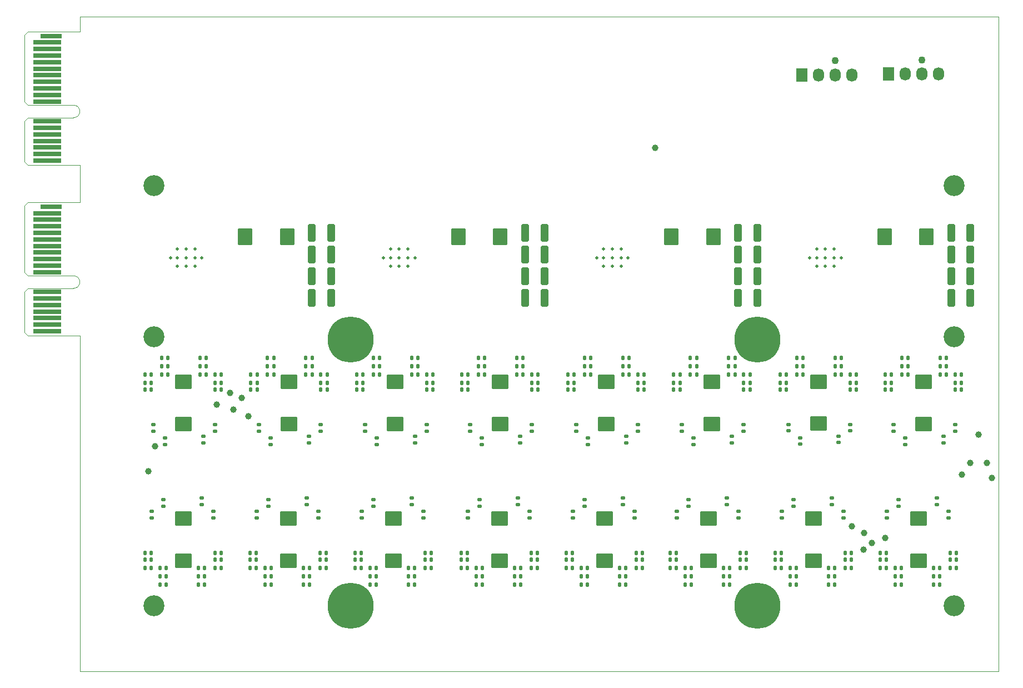
<source format=gbr>
%TF.GenerationSoftware,KiCad,Pcbnew,8.0.1*%
%TF.CreationDate,2024-04-21T01:40:20+02:00*%
%TF.ProjectId,EKO_Miner_BM1366-13xx_16-01A,454b4f5f-4d69-46e6-9572-5f424d313336,rev?*%
%TF.SameCoordinates,Original*%
%TF.FileFunction,Soldermask,Bot*%
%TF.FilePolarity,Negative*%
%FSLAX46Y46*%
G04 Gerber Fmt 4.6, Leading zero omitted, Abs format (unit mm)*
G04 Created by KiCad (PCBNEW 8.0.1) date 2024-04-21 01:40:20*
%MOMM*%
%LPD*%
G01*
G04 APERTURE LIST*
G04 Aperture macros list*
%AMRoundRect*
0 Rectangle with rounded corners*
0 $1 Rounding radius*
0 $2 $3 $4 $5 $6 $7 $8 $9 X,Y pos of 4 corners*
0 Add a 4 corners polygon primitive as box body*
4,1,4,$2,$3,$4,$5,$6,$7,$8,$9,$2,$3,0*
0 Add four circle primitives for the rounded corners*
1,1,$1+$1,$2,$3*
1,1,$1+$1,$4,$5*
1,1,$1+$1,$6,$7*
1,1,$1+$1,$8,$9*
0 Add four rect primitives between the rounded corners*
20,1,$1+$1,$2,$3,$4,$5,0*
20,1,$1+$1,$4,$5,$6,$7,0*
20,1,$1+$1,$6,$7,$8,$9,0*
20,1,$1+$1,$8,$9,$2,$3,0*%
G04 Aperture macros list end*
%ADD10C,0.499999*%
%ADD11R,3.200000X0.700000*%
%ADD12R,4.300000X0.700000*%
%ADD13C,3.200000*%
%ADD14C,1.100000*%
%ADD15R,1.730000X2.030000*%
%ADD16O,1.730000X2.030000*%
%ADD17RoundRect,0.140000X-0.140000X-0.170000X0.140000X-0.170000X0.140000X0.170000X-0.140000X0.170000X0*%
%ADD18RoundRect,0.140000X-0.170000X0.140000X-0.170000X-0.140000X0.170000X-0.140000X0.170000X0.140000X0*%
%ADD19RoundRect,0.140000X0.140000X0.170000X-0.140000X0.170000X-0.140000X-0.170000X0.140000X-0.170000X0*%
%ADD20RoundRect,0.140000X0.170000X-0.140000X0.170000X0.140000X-0.170000X0.140000X-0.170000X-0.140000X0*%
%ADD21C,7.000000*%
%ADD22RoundRect,0.250000X1.025000X-0.875000X1.025000X0.875000X-1.025000X0.875000X-1.025000X-0.875000X0*%
%ADD23RoundRect,0.250000X-0.325000X-1.100000X0.325000X-1.100000X0.325000X1.100000X-0.325000X1.100000X0*%
%ADD24C,1.000000*%
%ADD25RoundRect,0.250000X-1.025000X0.875000X-1.025000X-0.875000X1.025000X-0.875000X1.025000X0.875000X0*%
%ADD26RoundRect,0.250000X0.875000X1.025000X-0.875000X1.025000X-0.875000X-1.025000X0.875000X-1.025000X0*%
%TA.AperFunction,Profile*%
%ADD27C,0.100000*%
%TD*%
G04 APERTURE END LIST*
D10*
%TO.C,U19*%
X89630000Y-63300000D03*
X90950000Y-63300000D03*
X92270000Y-63300000D03*
X88550000Y-62000000D03*
X89630000Y-61999997D03*
X90950000Y-61999997D03*
X93350000Y-61999997D03*
X92270000Y-61999995D03*
X89630000Y-60700000D03*
X90950000Y-60700000D03*
X92270000Y-60700000D03*
%TD*%
D11*
%TO.C,J2*%
X70350000Y-54200000D03*
D12*
X69800000Y-55200000D03*
X69800000Y-56200000D03*
X69800000Y-57200000D03*
X69800000Y-58200000D03*
X69800000Y-59200000D03*
X69800000Y-60200000D03*
X69800000Y-61200000D03*
X69800000Y-62200000D03*
X69800000Y-63200000D03*
X69800000Y-64200000D03*
X69800000Y-67200000D03*
X69800000Y-68200000D03*
X69800000Y-69200000D03*
X69800000Y-70200000D03*
X69800000Y-71200000D03*
X69800000Y-72200000D03*
X69800000Y-73200000D03*
%TD*%
D13*
%TO.C,H6*%
X86000000Y-74000000D03*
%TD*%
D10*
%TO.C,U21*%
X154563332Y-63300000D03*
X155883332Y-63300000D03*
X157203332Y-63300000D03*
X153483332Y-62000000D03*
X154563332Y-61999997D03*
X155883332Y-61999997D03*
X158283332Y-61999997D03*
X157203332Y-61999995D03*
X154563332Y-60700000D03*
X155883332Y-60700000D03*
X157203332Y-60700000D03*
%TD*%
D11*
%TO.C,J1*%
X70350000Y-28200000D03*
D12*
X69800000Y-29200000D03*
X69800000Y-30200000D03*
X69800000Y-31200000D03*
X69800000Y-32200000D03*
X69800000Y-33200000D03*
X69800000Y-34200000D03*
X69800000Y-35200000D03*
X69800000Y-36200000D03*
X69800000Y-37200000D03*
X69800000Y-38200000D03*
X69800000Y-41200000D03*
X69800000Y-42200000D03*
X69800000Y-43200000D03*
X69800000Y-44200000D03*
X69800000Y-45200000D03*
X69800000Y-46200000D03*
X69800000Y-47200000D03*
%TD*%
D14*
%TO.C,J4*%
X203030000Y-31865000D03*
D15*
X197950000Y-34025000D03*
D16*
X200490000Y-34025000D03*
X203030000Y-34025000D03*
X205570000Y-34025000D03*
%TD*%
D10*
%TO.C,U20*%
X122096666Y-63300000D03*
X123416666Y-63300000D03*
X124736666Y-63300000D03*
X121016666Y-62000000D03*
X122096666Y-61999997D03*
X123416666Y-61999997D03*
X125816666Y-61999997D03*
X124736666Y-61999995D03*
X122096666Y-60700000D03*
X123416666Y-60700000D03*
X124736666Y-60700000D03*
%TD*%
D13*
%TO.C,H5*%
X208000000Y-74000000D03*
%TD*%
%TO.C,H1*%
X86000000Y-51000000D03*
%TD*%
%TO.C,H3*%
X208000000Y-51000000D03*
%TD*%
%TO.C,H4*%
X208000000Y-115000000D03*
%TD*%
%TO.C,H2*%
X86000000Y-115000000D03*
%TD*%
D10*
%TO.C,U22*%
X187030000Y-63300000D03*
X188350000Y-63300000D03*
X189670000Y-63300000D03*
X185950000Y-62000000D03*
X187030000Y-61999997D03*
X188350000Y-61999997D03*
X190750000Y-61999997D03*
X189670000Y-61999995D03*
X187030000Y-60700000D03*
X188350000Y-60700000D03*
X189670000Y-60700000D03*
%TD*%
D14*
%TO.C,J3*%
X189830000Y-31965000D03*
D15*
X184750000Y-34125000D03*
D16*
X187290000Y-34125000D03*
X189830000Y-34125000D03*
X192370000Y-34125000D03*
%TD*%
D17*
%TO.C,C228*%
X111354000Y-107982000D03*
X112314000Y-107982000D03*
%TD*%
D18*
%TO.C,C224*%
X159767428Y-87436000D03*
X159767428Y-88396000D03*
%TD*%
D17*
%TO.C,C82*%
X95352000Y-81058000D03*
X96312000Y-81058000D03*
%TD*%
D19*
%TO.C,C22*%
X184957475Y-77228000D03*
X183997475Y-77228000D03*
%TD*%
D18*
%TO.C,C139*%
X157989428Y-89214000D03*
X157989428Y-90174000D03*
%TD*%
D20*
%TO.C,C343*%
X149846666Y-101604000D03*
X149846666Y-100644000D03*
%TD*%
D17*
%TO.C,C251*%
X92811999Y-110522000D03*
X93771999Y-110522000D03*
%TD*%
%TO.C,C133*%
X143612000Y-81058000D03*
X144572000Y-81058000D03*
%TD*%
%TO.C,C92*%
X109176857Y-78518000D03*
X110136857Y-78518000D03*
%TD*%
D21*
%TO.C,H11*%
X178000000Y-115000000D03*
%TD*%
D22*
%TO.C,C356*%
X138670666Y-108134000D03*
X138670666Y-101734000D03*
%TD*%
D17*
%TO.C,C267*%
X124815999Y-111792000D03*
X125775999Y-111792000D03*
%TD*%
D19*
%TO.C,C278*%
X208326000Y-106966000D03*
X207366000Y-106966000D03*
%TD*%
D23*
%TO.C,C367*%
X110105000Y-61500000D03*
X113055000Y-61500000D03*
%TD*%
D19*
%TO.C,C51*%
X166198285Y-81058000D03*
X165238285Y-81058000D03*
%TD*%
D17*
%TO.C,C352*%
X140984665Y-111792000D03*
X141944665Y-111792000D03*
%TD*%
D19*
%TO.C,C344*%
X149818666Y-107981999D03*
X148858666Y-107981999D03*
%TD*%
%TO.C,C90*%
X104294857Y-77248000D03*
X103334857Y-77248000D03*
%TD*%
D17*
%TO.C,C110*%
X125324000Y-77248000D03*
X126284000Y-77248000D03*
%TD*%
D19*
%TO.C,C321*%
X167940000Y-111792000D03*
X166980000Y-111792000D03*
%TD*%
%TO.C,C238*%
X103932000Y-109252000D03*
X102972000Y-109252000D03*
%TD*%
D18*
%TO.C,C98*%
X111434857Y-87436000D03*
X111434857Y-88396000D03*
%TD*%
D17*
%TO.C,C58*%
X173620285Y-78518000D03*
X174580285Y-78518000D03*
%TD*%
D19*
%TO.C,C332*%
X160486665Y-109252000D03*
X159526665Y-109252000D03*
%TD*%
D20*
%TO.C,C265*%
X119454001Y-99826000D03*
X119454001Y-98866000D03*
%TD*%
D23*
%TO.C,C365*%
X110105000Y-68104000D03*
X113055000Y-68104000D03*
%TD*%
D19*
%TO.C,C357*%
X136102666Y-109252000D03*
X135142666Y-109252000D03*
%TD*%
D20*
%TO.C,C314*%
X175080000Y-101604001D03*
X175080000Y-100644001D03*
%TD*%
D17*
%TO.C,C336*%
X156986665Y-110522000D03*
X157946665Y-110522000D03*
%TD*%
D20*
%TO.C,C341*%
X157466666Y-99572000D03*
X157466666Y-98612000D03*
%TD*%
D24*
%TO.C,TP3*%
X95578000Y-84360000D03*
%TD*%
D19*
%TO.C,C259*%
X85644000Y-107981999D03*
X84684000Y-107981999D03*
%TD*%
D17*
%TO.C,C59*%
X173620285Y-77248000D03*
X174580285Y-77248000D03*
%TD*%
D19*
%TO.C,C351*%
X141944665Y-109252000D03*
X140984665Y-109252000D03*
%TD*%
D20*
%TO.C,C273*%
X125296000Y-99572000D03*
X125296000Y-98612000D03*
%TD*%
D19*
%TO.C,C272*%
X119934000Y-109252000D03*
X118974000Y-109252000D03*
%TD*%
%TO.C,C276*%
X117648000Y-107981999D03*
X116688000Y-107981999D03*
%TD*%
D25*
%TO.C,C77*%
X90498000Y-80906000D03*
X90498000Y-87306000D03*
%TD*%
D17*
%TO.C,C76*%
X93066000Y-77248000D03*
X94026000Y-77248000D03*
%TD*%
D18*
%TO.C,C122*%
X141806000Y-89214000D03*
X141806000Y-90174000D03*
%TD*%
D24*
%TO.C,TP16*%
X209116000Y-95028000D03*
%TD*%
D17*
%TO.C,C131*%
X143612000Y-79788000D03*
X144572000Y-79788000D03*
%TD*%
D19*
%TO.C,C346*%
X144484666Y-106966000D03*
X143524666Y-106966000D03*
%TD*%
D23*
%TO.C,C378*%
X207505000Y-64802000D03*
X210455000Y-64802000D03*
%TD*%
D17*
%TO.C,C67*%
X84684000Y-82074000D03*
X85644000Y-82074000D03*
%TD*%
D18*
%TO.C,C86*%
X102036857Y-87436000D03*
X102036857Y-88396000D03*
%TD*%
D19*
%TO.C,C354*%
X136102666Y-110522000D03*
X135142666Y-110522000D03*
%TD*%
D24*
%TO.C,TP5*%
X99388000Y-83344000D03*
%TD*%
D18*
%TO.C,C45*%
X200479999Y-89468000D03*
X200479999Y-90428000D03*
%TD*%
D19*
%TO.C,C317*%
X173781999Y-109252000D03*
X172821999Y-109252000D03*
%TD*%
D18*
%TO.C,C120*%
X134186000Y-87436000D03*
X134186000Y-88396000D03*
%TD*%
D19*
%TO.C,C340*%
X152104666Y-109252000D03*
X151144666Y-109252000D03*
%TD*%
D24*
%TO.C,TP8*%
X194130000Y-106458000D03*
%TD*%
D17*
%TO.C,C243*%
X100686000Y-106965999D03*
X101646000Y-106965999D03*
%TD*%
%TO.C,C41*%
X205841999Y-78518000D03*
X206801999Y-78518000D03*
%TD*%
%TO.C,C135*%
X149127428Y-82074000D03*
X150087428Y-82074000D03*
%TD*%
D19*
%TO.C,C329*%
X160486666Y-106966000D03*
X159526666Y-106966000D03*
%TD*%
D20*
%TO.C,C275*%
X117676000Y-101604000D03*
X117676000Y-100644000D03*
%TD*%
D17*
%TO.C,C27*%
X189839475Y-79768000D03*
X190799475Y-79768000D03*
%TD*%
D19*
%TO.C,C124*%
X136444000Y-77248000D03*
X135484000Y-77248000D03*
%TD*%
%TO.C,C74*%
X88184000Y-78518000D03*
X87224000Y-78518000D03*
%TD*%
%TO.C,C355*%
X136102666Y-111792000D03*
X135142666Y-111792000D03*
%TD*%
D17*
%TO.C,C61*%
X173620285Y-79788000D03*
X174580285Y-79788000D03*
%TD*%
%TO.C,C99*%
X111462857Y-81058000D03*
X112422857Y-81058000D03*
%TD*%
D19*
%TO.C,C227*%
X112314000Y-106966000D03*
X111354000Y-106966000D03*
%TD*%
D17*
%TO.C,C89*%
X103334857Y-79788000D03*
X104294857Y-79788000D03*
%TD*%
D23*
%TO.C,C371*%
X142571666Y-61500000D03*
X145521666Y-61500000D03*
%TD*%
D20*
%TO.C,C248*%
X87450001Y-99826000D03*
X87450001Y-98866000D03*
%TD*%
D18*
%TO.C,C115*%
X127582000Y-87436000D03*
X127582000Y-88396000D03*
%TD*%
D19*
%TO.C,C320*%
X167940000Y-110522000D03*
X166980000Y-110522000D03*
%TD*%
%TO.C,C323*%
X167940000Y-109252000D03*
X166980000Y-109252000D03*
%TD*%
D18*
%TO.C,C30*%
X192097475Y-87416000D03*
X192097475Y-88376000D03*
%TD*%
D23*
%TO.C,C380*%
X207505000Y-58204750D03*
X210455000Y-58204750D03*
%TD*%
D17*
%TO.C,C109*%
X125324000Y-78518000D03*
X126284000Y-78518000D03*
%TD*%
D19*
%TO.C,C287*%
X199944000Y-111792000D03*
X198984000Y-111792000D03*
%TD*%
D24*
%TO.C,TP14*%
X212926000Y-93250000D03*
%TD*%
D18*
%TO.C,C105*%
X125804000Y-89214000D03*
X125804000Y-90174000D03*
%TD*%
D19*
%TO.C,C242*%
X101646000Y-107981999D03*
X100686000Y-107981999D03*
%TD*%
D17*
%TO.C,C80*%
X95352000Y-79788000D03*
X96312000Y-79788000D03*
%TD*%
D19*
%TO.C,C293*%
X197658000Y-107981999D03*
X196698000Y-107981999D03*
%TD*%
%TO.C,C102*%
X117902000Y-81058000D03*
X116942000Y-81058000D03*
%TD*%
D17*
%TO.C,C313*%
X175362000Y-107982000D03*
X176322000Y-107982000D03*
%TD*%
D19*
%TO.C,C325*%
X165654000Y-109251999D03*
X164694000Y-109251999D03*
%TD*%
D17*
%TO.C,C285*%
X204825999Y-110522000D03*
X205785999Y-110522000D03*
%TD*%
D19*
%TO.C,C266*%
X125775999Y-109252000D03*
X124815999Y-109252000D03*
%TD*%
%TO.C,C17*%
X182417475Y-81038000D03*
X181457475Y-81038000D03*
%TD*%
D20*
%TO.C,C348*%
X143242666Y-101604001D03*
X143242666Y-100644001D03*
%TD*%
D25*
%TO.C,C145*%
X154941428Y-80906000D03*
X154941428Y-87306000D03*
%TD*%
D23*
%TO.C,C370*%
X142571666Y-64802000D03*
X145521666Y-64802000D03*
%TD*%
D19*
%TO.C,C73*%
X88184000Y-77248000D03*
X87224000Y-77248000D03*
%TD*%
D22*
%TO.C,C254*%
X90498000Y-108134000D03*
X90498000Y-101734000D03*
%TD*%
D19*
%TO.C,C281*%
X208325999Y-109252000D03*
X207365999Y-109252000D03*
%TD*%
D20*
%TO.C,C241*%
X101674000Y-101604000D03*
X101674000Y-100644000D03*
%TD*%
D17*
%TO.C,C53*%
X165238285Y-79788000D03*
X166198285Y-79788000D03*
%TD*%
D19*
%TO.C,C249*%
X93771999Y-109252000D03*
X92811999Y-109252000D03*
%TD*%
%TO.C,C56*%
X168738285Y-77248000D03*
X167778285Y-77248000D03*
%TD*%
D18*
%TO.C,C28*%
X184477475Y-89448000D03*
X184477475Y-90408000D03*
%TD*%
D17*
%TO.C,C48*%
X208127999Y-81058000D03*
X209087999Y-81058000D03*
%TD*%
D23*
%TO.C,C379*%
X207505000Y-61500000D03*
X210455000Y-61500000D03*
%TD*%
D19*
%TO.C,C108*%
X120442000Y-78518000D03*
X119482000Y-78518000D03*
%TD*%
D17*
%TO.C,C118*%
X132944000Y-82074000D03*
X133904000Y-82074000D03*
%TD*%
D19*
%TO.C,C117*%
X128570000Y-82074000D03*
X127610000Y-82074000D03*
%TD*%
%TO.C,C300*%
X189783999Y-109252000D03*
X188823999Y-109252000D03*
%TD*%
D17*
%TO.C,C95*%
X109176857Y-79788000D03*
X110136857Y-79788000D03*
%TD*%
%TO.C,C345*%
X148858666Y-106965999D03*
X149818666Y-106965999D03*
%TD*%
D22*
%TO.C,C288*%
X202512000Y-108134000D03*
X202512000Y-101734000D03*
%TD*%
D17*
%TO.C,C104*%
X116942000Y-79788000D03*
X117902000Y-79788000D03*
%TD*%
%TO.C,C262*%
X127356000Y-107982000D03*
X128316000Y-107982000D03*
%TD*%
D21*
%TO.C,H7*%
X116000000Y-74500000D03*
%TD*%
D22*
%TO.C,C305*%
X186510000Y-108134000D03*
X186510000Y-101734000D03*
%TD*%
D18*
%TO.C,C132*%
X143584000Y-87436000D03*
X143584000Y-88396000D03*
%TD*%
D22*
%TO.C,C339*%
X154672666Y-108134000D03*
X154672666Y-101734000D03*
%TD*%
D17*
%TO.C,C233*%
X108813999Y-111792000D03*
X109773999Y-111792000D03*
%TD*%
D19*
%TO.C,C270*%
X119934000Y-111792000D03*
X118974000Y-111792000D03*
%TD*%
%TO.C,C289*%
X199944000Y-109252000D03*
X198984000Y-109252000D03*
%TD*%
D17*
%TO.C,C75*%
X93066000Y-78518000D03*
X94026000Y-78518000D03*
%TD*%
D19*
%TO.C,C253*%
X87930000Y-111792000D03*
X86970000Y-111792000D03*
%TD*%
D17*
%TO.C,C277*%
X116688000Y-106965999D03*
X117648000Y-106965999D03*
%TD*%
D20*
%TO.C,C358*%
X141464666Y-99572000D03*
X141464666Y-98612000D03*
%TD*%
D17*
%TO.C,C72*%
X87224000Y-79788000D03*
X88184000Y-79788000D03*
%TD*%
D20*
%TO.C,C324*%
X173302000Y-99572000D03*
X173302000Y-98612000D03*
%TD*%
D19*
%TO.C,C257*%
X85644000Y-109251999D03*
X84684000Y-109251999D03*
%TD*%
D24*
%TO.C,TP6*%
X86180000Y-90710000D03*
%TD*%
D19*
%TO.C,C295*%
X192324000Y-106966000D03*
X191364000Y-106966000D03*
%TD*%
D17*
%TO.C,C143*%
X157509428Y-78518000D03*
X158469428Y-78518000D03*
%TD*%
D18*
%TO.C,C62*%
X168258285Y-89468000D03*
X168258285Y-90428000D03*
%TD*%
D17*
%TO.C,C146*%
X157509428Y-79788000D03*
X158469428Y-79788000D03*
%TD*%
D23*
%TO.C,C372*%
X142571666Y-58204750D03*
X145521666Y-58204750D03*
%TD*%
D22*
%TO.C,C271*%
X122502000Y-108134000D03*
X122502000Y-101734000D03*
%TD*%
D25*
%TO.C,C128*%
X138758000Y-80906000D03*
X138758000Y-87306000D03*
%TD*%
D18*
%TO.C,C37*%
X206321999Y-89214000D03*
X206321999Y-90174000D03*
%TD*%
D26*
%TO.C,C207*%
X171283332Y-58800000D03*
X164883332Y-58800000D03*
%TD*%
D24*
%TO.C,TP9*%
X194232000Y-103918000D03*
%TD*%
%TO.C,TP7*%
X85164000Y-94520000D03*
%TD*%
D19*
%TO.C,C107*%
X120442000Y-77248000D03*
X119482000Y-77248000D03*
%TD*%
D17*
%TO.C,C46*%
X208127999Y-79788000D03*
X209087999Y-79788000D03*
%TD*%
D20*
%TO.C,C290*%
X205306000Y-99572000D03*
X205306000Y-98612000D03*
%TD*%
D24*
%TO.C,TP11*%
X197432000Y-104680000D03*
%TD*%
D17*
%TO.C,C347*%
X143524666Y-107982000D03*
X144484666Y-107982000D03*
%TD*%
D26*
%TO.C,C187*%
X106350000Y-58800000D03*
X99950000Y-58800000D03*
%TD*%
D19*
%TO.C,C283*%
X205785999Y-109252000D03*
X204825999Y-109252000D03*
%TD*%
D17*
%TO.C,C84*%
X100794857Y-82074000D03*
X101754857Y-82074000D03*
%TD*%
%TO.C,C144*%
X157509428Y-77248000D03*
X158469428Y-77248000D03*
%TD*%
D23*
%TO.C,C375*%
X175038332Y-61500000D03*
X177988332Y-61500000D03*
%TD*%
D25*
%TO.C,C60*%
X171052285Y-80906000D03*
X171052285Y-87306000D03*
%TD*%
D17*
%TO.C,C330*%
X159526666Y-107982000D03*
X160486666Y-107982000D03*
%TD*%
%TO.C,C362*%
X132856666Y-106965999D03*
X133816666Y-106965999D03*
%TD*%
%TO.C,C31*%
X192125475Y-81038000D03*
X193085475Y-81038000D03*
%TD*%
D19*
%TO.C,C91*%
X104294857Y-78518000D03*
X103334857Y-78518000D03*
%TD*%
%TO.C,C235*%
X103932000Y-110522000D03*
X102972000Y-110522000D03*
%TD*%
D18*
%TO.C,C47*%
X208099999Y-87436000D03*
X208099999Y-88396000D03*
%TD*%
D17*
%TO.C,C24*%
X189839475Y-78498000D03*
X190799475Y-78498000D03*
%TD*%
D24*
%TO.C,TP18*%
X213688000Y-95536000D03*
%TD*%
D17*
%TO.C,C318*%
X172821999Y-111792000D03*
X173781999Y-111792000D03*
%TD*%
D19*
%TO.C,C32*%
X193085475Y-82054000D03*
X192125475Y-82054000D03*
%TD*%
D24*
%TO.C,TP4*%
X100404000Y-86138000D03*
%TD*%
D17*
%TO.C,C245*%
X95352000Y-107982000D03*
X96312000Y-107982000D03*
%TD*%
D26*
%TO.C,C217*%
X203750000Y-58800000D03*
X197350000Y-58800000D03*
%TD*%
D22*
%TO.C,C237*%
X106500000Y-108134000D03*
X106500000Y-101734000D03*
%TD*%
D17*
%TO.C,C319*%
X172821999Y-110522000D03*
X173781999Y-110522000D03*
%TD*%
D19*
%TO.C,C291*%
X197658000Y-109251999D03*
X196698000Y-109251999D03*
%TD*%
D17*
%TO.C,C335*%
X156986665Y-111792000D03*
X157946665Y-111792000D03*
%TD*%
D24*
%TO.C,TP2*%
X98118000Y-85122000D03*
%TD*%
%TO.C,TP12*%
X192352000Y-102902000D03*
%TD*%
D23*
%TO.C,C376*%
X175038332Y-58204750D03*
X177988332Y-58204750D03*
%TD*%
D18*
%TO.C,C52*%
X166480285Y-87436000D03*
X166480285Y-88396000D03*
%TD*%
D24*
%TO.C,TP15*%
X211656000Y-88932000D03*
%TD*%
D19*
%TO.C,C274*%
X117648000Y-109251999D03*
X116688000Y-109251999D03*
%TD*%
%TO.C,C252*%
X87930000Y-110522000D03*
X86970000Y-110522000D03*
%TD*%
%TO.C,C264*%
X128315999Y-109252000D03*
X127355999Y-109252000D03*
%TD*%
D18*
%TO.C,C130*%
X135964000Y-89468000D03*
X135964000Y-90428000D03*
%TD*%
D19*
%TO.C,C359*%
X133816666Y-109251999D03*
X132856666Y-109251999D03*
%TD*%
D20*
%TO.C,C246*%
X95070000Y-101604001D03*
X95070000Y-100644001D03*
%TD*%
D17*
%TO.C,C225*%
X159795428Y-81058000D03*
X160755428Y-81058000D03*
%TD*%
D19*
%TO.C,C39*%
X200959999Y-77248000D03*
X199999999Y-77248000D03*
%TD*%
D18*
%TO.C,C103*%
X118184000Y-87436000D03*
X118184000Y-88396000D03*
%TD*%
D19*
%TO.C,C83*%
X96312000Y-82074000D03*
X95352000Y-82074000D03*
%TD*%
D20*
%TO.C,C309*%
X181684000Y-101604000D03*
X181684000Y-100644000D03*
%TD*%
D24*
%TO.C,TP17*%
X210386000Y-93250000D03*
%TD*%
D19*
%TO.C,C342*%
X149818666Y-109251999D03*
X148858666Y-109251999D03*
%TD*%
%TO.C,C226*%
X160755428Y-82074000D03*
X159795428Y-82074000D03*
%TD*%
%TO.C,C236*%
X103932000Y-111792000D03*
X102972000Y-111792000D03*
%TD*%
D20*
%TO.C,C229*%
X111072000Y-101604001D03*
X111072000Y-100644001D03*
%TD*%
%TO.C,C280*%
X207084000Y-101604001D03*
X207084000Y-100644001D03*
%TD*%
D19*
%TO.C,C334*%
X157946665Y-109252000D03*
X156986665Y-109252000D03*
%TD*%
D23*
%TO.C,C377*%
X207505000Y-68104000D03*
X210455000Y-68104000D03*
%TD*%
D17*
%TO.C,C223*%
X159795428Y-79788000D03*
X160755428Y-79788000D03*
%TD*%
D19*
%TO.C,C269*%
X119934000Y-110522000D03*
X118974000Y-110522000D03*
%TD*%
D17*
%TO.C,C301*%
X188823999Y-111792000D03*
X189783999Y-111792000D03*
%TD*%
D20*
%TO.C,C297*%
X191082000Y-101604001D03*
X191082000Y-100644001D03*
%TD*%
D17*
%TO.C,C126*%
X141326000Y-78518000D03*
X142286000Y-78518000D03*
%TD*%
D26*
%TO.C,C197*%
X138816666Y-58800000D03*
X132416666Y-58800000D03*
%TD*%
D19*
%TO.C,C34*%
X198419999Y-81058000D03*
X197459999Y-81058000D03*
%TD*%
D17*
%TO.C,C97*%
X111462857Y-79788000D03*
X112422857Y-79788000D03*
%TD*%
D19*
%TO.C,C306*%
X183942000Y-109252000D03*
X182982000Y-109252000D03*
%TD*%
%TO.C,C361*%
X133816666Y-107981999D03*
X132856666Y-107981999D03*
%TD*%
D17*
%TO.C,C138*%
X149127428Y-79788000D03*
X150087428Y-79788000D03*
%TD*%
D24*
%TO.C,TP1*%
X97610000Y-82582000D03*
%TD*%
D19*
%TO.C,C312*%
X176322000Y-106966000D03*
X175362000Y-106966000D03*
%TD*%
D17*
%TO.C,C70*%
X84684000Y-79788000D03*
X85644000Y-79788000D03*
%TD*%
%TO.C,C294*%
X196698000Y-106965999D03*
X197658000Y-106965999D03*
%TD*%
D18*
%TO.C,C147*%
X152147428Y-89468000D03*
X152147428Y-90428000D03*
%TD*%
D25*
%TO.C,C94*%
X106608857Y-80906000D03*
X106608857Y-87306000D03*
%TD*%
D17*
%TO.C,C129*%
X141326000Y-79788000D03*
X142286000Y-79788000D03*
%TD*%
D24*
%TO.C,TP13*%
X195400000Y-105442000D03*
%TD*%
D19*
%TO.C,C232*%
X109773999Y-109252000D03*
X108813999Y-109252000D03*
%TD*%
D17*
%TO.C,C93*%
X109176857Y-77248000D03*
X110136857Y-77248000D03*
%TD*%
D21*
%TO.C,H12*%
X116000000Y-115000000D03*
%TD*%
D19*
%TO.C,C240*%
X101646000Y-109251999D03*
X100686000Y-109251999D03*
%TD*%
D17*
%TO.C,C353*%
X140984665Y-110522000D03*
X141944665Y-110522000D03*
%TD*%
%TO.C,C63*%
X175906285Y-79788000D03*
X176866285Y-79788000D03*
%TD*%
%TO.C,C29*%
X192125475Y-79768000D03*
X193085475Y-79768000D03*
%TD*%
D19*
%TO.C,C85*%
X101754857Y-81058000D03*
X100794857Y-81058000D03*
%TD*%
D17*
%TO.C,C50*%
X165238285Y-82074000D03*
X166198285Y-82074000D03*
%TD*%
D18*
%TO.C,C96*%
X103814857Y-89468000D03*
X103814857Y-90428000D03*
%TD*%
D19*
%TO.C,C119*%
X133904000Y-81058000D03*
X132944000Y-81058000D03*
%TD*%
%TO.C,C327*%
X165654000Y-107981999D03*
X164694000Y-107981999D03*
%TD*%
%TO.C,C230*%
X112313999Y-109252000D03*
X111353999Y-109252000D03*
%TD*%
D17*
%TO.C,C296*%
X191364000Y-107982000D03*
X192324000Y-107982000D03*
%TD*%
D19*
%TO.C,C338*%
X152104666Y-111792000D03*
X151144666Y-111792000D03*
%TD*%
D18*
%TO.C,C69*%
X85926000Y-87436000D03*
X85926000Y-88396000D03*
%TD*%
D17*
%TO.C,C302*%
X188823999Y-110522000D03*
X189783999Y-110522000D03*
%TD*%
D20*
%TO.C,C256*%
X93292000Y-99572000D03*
X93292000Y-98612000D03*
%TD*%
%TO.C,C331*%
X159244666Y-101604001D03*
X159244666Y-100644001D03*
%TD*%
D25*
%TO.C,C111*%
X122756000Y-80906000D03*
X122756000Y-87306000D03*
%TD*%
D19*
%TO.C,C261*%
X128316000Y-106966000D03*
X127356000Y-106966000D03*
%TD*%
D21*
%TO.C,H8*%
X178000000Y-74500000D03*
%TD*%
D17*
%TO.C,C112*%
X125324000Y-79788000D03*
X126284000Y-79788000D03*
%TD*%
%TO.C,C33*%
X197459999Y-82074000D03*
X198419999Y-82074000D03*
%TD*%
%TO.C,C78*%
X93066000Y-79788000D03*
X94026000Y-79788000D03*
%TD*%
D19*
%TO.C,C66*%
X176866285Y-82074000D03*
X175906285Y-82074000D03*
%TD*%
%TO.C,C303*%
X183942000Y-110522000D03*
X182982000Y-110522000D03*
%TD*%
D20*
%TO.C,C307*%
X189304000Y-99572000D03*
X189304000Y-98612000D03*
%TD*%
D19*
%TO.C,C100*%
X112422857Y-82074000D03*
X111462857Y-82074000D03*
%TD*%
D20*
%TO.C,C282*%
X199464001Y-99826000D03*
X199464001Y-98866000D03*
%TD*%
%TO.C,C360*%
X133844666Y-101604000D03*
X133844666Y-100644000D03*
%TD*%
D19*
%TO.C,C315*%
X176321999Y-109252000D03*
X175361999Y-109252000D03*
%TD*%
D23*
%TO.C,C368*%
X110105000Y-58198000D03*
X113055000Y-58198000D03*
%TD*%
D19*
%TO.C,C304*%
X183942000Y-111792000D03*
X182982000Y-111792000D03*
%TD*%
D17*
%TO.C,C260*%
X84684000Y-106965999D03*
X85644000Y-106965999D03*
%TD*%
D19*
%TO.C,C349*%
X144484665Y-109252000D03*
X143524665Y-109252000D03*
%TD*%
%TO.C,C337*%
X152104666Y-110522000D03*
X151144666Y-110522000D03*
%TD*%
D17*
%TO.C,C44*%
X205841999Y-79788000D03*
X206801999Y-79788000D03*
%TD*%
D19*
%TO.C,C49*%
X209087999Y-82074000D03*
X208127999Y-82074000D03*
%TD*%
D17*
%TO.C,C140*%
X151667428Y-79788000D03*
X152627428Y-79788000D03*
%TD*%
D25*
%TO.C,C26*%
X187271475Y-80886000D03*
X187271475Y-87286000D03*
%TD*%
D17*
%TO.C,C250*%
X92811999Y-111792000D03*
X93771999Y-111792000D03*
%TD*%
D19*
%TO.C,C141*%
X152627428Y-77248000D03*
X151667428Y-77248000D03*
%TD*%
D17*
%TO.C,C121*%
X132944000Y-79788000D03*
X133904000Y-79788000D03*
%TD*%
D19*
%TO.C,C247*%
X96311999Y-109252000D03*
X95351999Y-109252000D03*
%TD*%
D17*
%TO.C,C268*%
X124815999Y-110522000D03*
X125775999Y-110522000D03*
%TD*%
D19*
%TO.C,C142*%
X152627428Y-78518000D03*
X151667428Y-78518000D03*
%TD*%
D17*
%TO.C,C106*%
X119482000Y-79788000D03*
X120442000Y-79788000D03*
%TD*%
D19*
%TO.C,C136*%
X150087428Y-81058000D03*
X149127428Y-81058000D03*
%TD*%
D17*
%TO.C,C123*%
X135484000Y-79788000D03*
X136444000Y-79788000D03*
%TD*%
D18*
%TO.C,C35*%
X198701999Y-87436000D03*
X198701999Y-88396000D03*
%TD*%
D17*
%TO.C,C87*%
X100794857Y-79788000D03*
X101754857Y-79788000D03*
%TD*%
D19*
%TO.C,C255*%
X87930000Y-109252000D03*
X86970000Y-109252000D03*
%TD*%
D17*
%TO.C,C328*%
X164694000Y-106965999D03*
X165654000Y-106965999D03*
%TD*%
D18*
%TO.C,C71*%
X93546000Y-89214000D03*
X93546000Y-90174000D03*
%TD*%
D25*
%TO.C,C43*%
X203273999Y-80906000D03*
X203273999Y-87306000D03*
%TD*%
D23*
%TO.C,C374*%
X175038332Y-64802000D03*
X177988332Y-64802000D03*
%TD*%
D17*
%TO.C,C38*%
X199999999Y-79788000D03*
X200959999Y-79788000D03*
%TD*%
%TO.C,C114*%
X127610000Y-79788000D03*
X128570000Y-79788000D03*
%TD*%
%TO.C,C311*%
X180696000Y-106965999D03*
X181656000Y-106965999D03*
%TD*%
D20*
%TO.C,C316*%
X167460001Y-99826000D03*
X167460001Y-98866000D03*
%TD*%
D19*
%TO.C,C134*%
X144572000Y-82074000D03*
X143612000Y-82074000D03*
%TD*%
D20*
%TO.C,C292*%
X197686000Y-101604000D03*
X197686000Y-100644000D03*
%TD*%
D17*
%TO.C,C42*%
X205841999Y-77248000D03*
X206801999Y-77248000D03*
%TD*%
D22*
%TO.C,C322*%
X170508000Y-108134000D03*
X170508000Y-101734000D03*
%TD*%
D17*
%TO.C,C279*%
X207366000Y-107982000D03*
X208326000Y-107982000D03*
%TD*%
%TO.C,C19*%
X181457475Y-79768000D03*
X182417475Y-79768000D03*
%TD*%
D18*
%TO.C,C20*%
X190319475Y-89194000D03*
X190319475Y-90154000D03*
%TD*%
D17*
%TO.C,C234*%
X108813999Y-110522000D03*
X109773999Y-110522000D03*
%TD*%
D19*
%TO.C,C286*%
X199944000Y-110522000D03*
X198984000Y-110522000D03*
%TD*%
%TO.C,C68*%
X85644000Y-81058000D03*
X84684000Y-81058000D03*
%TD*%
D20*
%TO.C,C239*%
X109294000Y-99572000D03*
X109294000Y-98612000D03*
%TD*%
%TO.C,C263*%
X127074000Y-101604001D03*
X127074000Y-100644001D03*
%TD*%
D19*
%TO.C,C40*%
X200959999Y-78518000D03*
X199999999Y-78518000D03*
%TD*%
D17*
%TO.C,C16*%
X181457475Y-82054000D03*
X182417475Y-82054000D03*
%TD*%
D18*
%TO.C,C81*%
X95324000Y-87436000D03*
X95324000Y-88396000D03*
%TD*%
%TO.C,C18*%
X182699475Y-87416000D03*
X182699475Y-88376000D03*
%TD*%
%TO.C,C88*%
X109656857Y-89214000D03*
X109656857Y-90174000D03*
%TD*%
D20*
%TO.C,C231*%
X103452001Y-99826000D03*
X103452001Y-98866000D03*
%TD*%
D17*
%TO.C,C284*%
X204825999Y-111792000D03*
X205785999Y-111792000D03*
%TD*%
%TO.C,C116*%
X127610000Y-81058000D03*
X128570000Y-81058000D03*
%TD*%
D20*
%TO.C,C333*%
X151624667Y-99826000D03*
X151624667Y-98866000D03*
%TD*%
D17*
%TO.C,C127*%
X141326000Y-77248000D03*
X142286000Y-77248000D03*
%TD*%
D19*
%TO.C,C125*%
X136444000Y-78518000D03*
X135484000Y-78518000D03*
%TD*%
%TO.C,C308*%
X181656000Y-109251999D03*
X180696000Y-109251999D03*
%TD*%
D17*
%TO.C,C55*%
X167778285Y-79788000D03*
X168738285Y-79788000D03*
%TD*%
D18*
%TO.C,C113*%
X119962000Y-89468000D03*
X119962000Y-90428000D03*
%TD*%
D19*
%TO.C,C57*%
X168738285Y-78518000D03*
X167778285Y-78518000D03*
%TD*%
D17*
%TO.C,C25*%
X189839475Y-77228000D03*
X190799475Y-77228000D03*
%TD*%
D18*
%TO.C,C137*%
X150369428Y-87436000D03*
X150369428Y-88396000D03*
%TD*%
D20*
%TO.C,C258*%
X85672000Y-101604000D03*
X85672000Y-100644000D03*
%TD*%
%TO.C,C326*%
X165682000Y-101604000D03*
X165682000Y-100644000D03*
%TD*%
%TO.C,C350*%
X135622667Y-99826000D03*
X135622667Y-98866000D03*
%TD*%
D19*
%TO.C,C23*%
X184957475Y-78498000D03*
X183997475Y-78498000D03*
%TD*%
D17*
%TO.C,C65*%
X175906285Y-81058000D03*
X176866285Y-81058000D03*
%TD*%
D24*
%TO.C,TP10*%
X162380000Y-45244000D03*
%TD*%
D19*
%TO.C,C244*%
X96312000Y-106966000D03*
X95352000Y-106966000D03*
%TD*%
D23*
%TO.C,C373*%
X175038332Y-68104000D03*
X177988332Y-68104000D03*
%TD*%
D19*
%TO.C,C310*%
X181656000Y-107981999D03*
X180696000Y-107981999D03*
%TD*%
D23*
%TO.C,C369*%
X142571666Y-68104000D03*
X145521666Y-68104000D03*
%TD*%
D17*
%TO.C,C101*%
X116942000Y-82074000D03*
X117902000Y-82074000D03*
%TD*%
D19*
%TO.C,C298*%
X192323999Y-109252000D03*
X191363999Y-109252000D03*
%TD*%
D20*
%TO.C,C299*%
X183462001Y-99826000D03*
X183462001Y-98866000D03*
%TD*%
D23*
%TO.C,C366*%
X110105000Y-64802000D03*
X113055000Y-64802000D03*
%TD*%
D18*
%TO.C,C79*%
X87704000Y-89468000D03*
X87704000Y-90428000D03*
%TD*%
%TO.C,C64*%
X175878285Y-87436000D03*
X175878285Y-88396000D03*
%TD*%
D17*
%TO.C,C21*%
X183997475Y-79768000D03*
X184957475Y-79768000D03*
%TD*%
D18*
%TO.C,C54*%
X174100285Y-89214000D03*
X174100285Y-90174000D03*
%TD*%
D17*
%TO.C,C36*%
X197459999Y-79788000D03*
X198419999Y-79788000D03*
%TD*%
D27*
X74750000Y-73850000D02*
X74750000Y-125000000D01*
X74750000Y-27550000D02*
X74750000Y-25250000D01*
X74750000Y-125000000D02*
X214750000Y-125000000D01*
X74750000Y-47850000D02*
X74750000Y-53550000D01*
X74750000Y-25250000D02*
X214750000Y-25250000D01*
X214750000Y-125000000D02*
X214750000Y-25250000D01*
%TO.C,J2*%
X66350000Y-54050000D02*
X66350000Y-64250000D01*
X66350000Y-67150000D02*
X66350000Y-73350000D01*
X66850000Y-53550000D02*
X66350000Y-54050000D01*
X66850000Y-64750000D02*
X66350000Y-64250000D01*
X66850000Y-66650000D02*
X66350000Y-67150000D01*
X66850000Y-73850000D02*
X66350000Y-73350000D01*
X73800000Y-64750000D02*
X66850000Y-64750000D01*
X73800000Y-66650000D02*
X66850000Y-66650000D01*
X74750000Y-53550000D02*
X66850000Y-53550000D01*
X74750000Y-73850000D02*
X66850000Y-73850000D01*
X73800000Y-64750000D02*
G75*
G02*
X73800000Y-66650000I0J-950000D01*
G01*
%TO.C,J1*%
X66350000Y-28050000D02*
X66350000Y-38250000D01*
X66350000Y-41150000D02*
X66350000Y-47350000D01*
X66850000Y-27550000D02*
X66350000Y-28050000D01*
X66850000Y-38750000D02*
X66350000Y-38250000D01*
X66850000Y-40650000D02*
X66350000Y-41150000D01*
X66850000Y-47850000D02*
X66350000Y-47350000D01*
X73800000Y-38750000D02*
X66850000Y-38750000D01*
X73800000Y-40650000D02*
X66850000Y-40650000D01*
X74750000Y-27550000D02*
X66850000Y-27550000D01*
X74750000Y-47850000D02*
X66850000Y-47850000D01*
X73800000Y-38750000D02*
G75*
G02*
X73800000Y-40650000I0J-950000D01*
G01*
%TD*%
M02*

</source>
